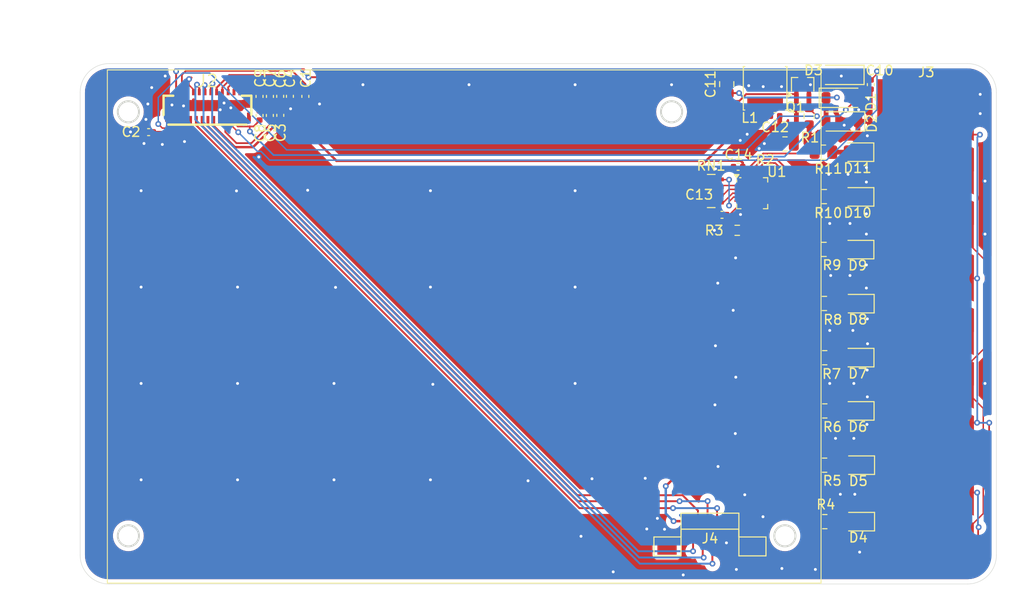
<source format=kicad_pcb>
(kicad_pcb (version 20240108) (generator "pcbnew") (generator_version "8.0")
  (layers (0 "F.Cu" signal) (31 "B.Cu" signal) (34 "B.Paste" user) (35 "F.Paste" user) (36 "B.SilkS" user "B.Silkscreen") (37 "F.SilkS" user "F.Silkscreen") (38 "B.Mask" user) (39 "F.Mask" user) (44 "Edge.Cuts" user))
  (net 0 "")
  (net 1 "GND")
  (net 2 "Net-(C1-Pad1)")
  (net 3 "Net-(C2-Pad2)")
  (net 5 "Net-(C4-Pad2)")
  (net 6 "Net-(C5-Pad1)")
  (net 7 "Net-(C6-Pad2)")
  (net 8 "Net-(C7-Pad2)")
  (net 9 "PREVGL")
  (net 10 "/VCOM")
  (net 11 "PREVGH")
  (net 12 "Net-(D1-K)")
  (net 13 "Net-(D3-A)")
  (net 14 "+3.3V")
  (net 15 "Net-(U1-VREG)")
  (net 16 "Net-(U1-LED0{slash}ELE4)")
  (net 17 "Net-(D4-A)")
  (net 18 "Net-(U1-LED1{slash}ELE5)")
  (net 19 "Net-(D5-A)")
  (net 20 "Net-(U1-LED2{slash}ELE6)")
  (net 21 "Net-(D6-A)")
  (net 22 "Net-(U1-LED3{slash}ELE7)")
  (net 23 "Net-(D7-A)")
  (net 24 "Net-(U1-LED4{slash}ELE8)")
  (net 25 "Net-(D8-A)")
  (net 26 "Net-(U1-LED5{slash}ELE9)")
  (net 27 "Net-(D9-A)")
  (net 28 "Net-(D10-A)")
  (net 29 "Net-(U1-LED6{slash}ELE10)")
  (net 30 "Net-(D11-A)")
  (net 31 "Net-(U1-LED7{slash}ELE11)")
  (net 32 "CS")
  (net 35 "RESE")
  (net 37 "D{slash}C")
  (net 38 "GDR")
  (net 40 "SDI")
  (net 41 "BUSY")
  (net 42 "SCLK")
  (net 43 "RES")
  (net 45 "Net-(J3-Pin_3)")
  (net 46 "Net-(J3-Pin_2)")
  (net 47 "Net-(J3-Pin_1)")
  (net 50 "I2C_SDA")
  (net 51 "I2C_SCL")
  (net 52 "Net-(U1-REXT)")
  (net 54 "Net-(RN1-R3.1)")
  (net 55 "Net-(RN1-R4.1)")
  (footprint "Capacitor_SMD:C_0402_1005Metric" (layer "F.Cu") (at 57.03 80.21 -90)
    (property "Reference" "C1")
    (property "Value" "1uF")
  )
  (footprint "Resistor_SMD:R_0805_2012Metric" (layer "F.Cu") (at 110.8675 118.48 180)
    (property "Reference" "R5")
    (property "Value" "100R")
  )
  (footprint "LED_SMD:LED_0805_2012Metric" (layer "F.Cu") (at 114.28 86 180)
    (property "Reference" "D11")
    (property "Value" "LED")
  )
  (footprint "LED_SMD:LED_0805_2012Metric" (layer "F.Cu") (at 114.31 112.85 180)
    (property "Reference" "D6")
    (property "Value" "LED")
  )
  (footprint "LED_SMD:LED_0805_2012Metric" (layer "F.Cu") (at 114.36 118.48 180)
    (property "Reference" "D5")
    (property "Value" "LED")
  )
  (footprint "Resistor_SMD:R_0603_1608Metric" (layer "F.Cu") (at 101.81 94.11)
    (property "Reference" "R3")
    (property "Value" "75k")
  )
  (footprint "Resistor_SMD:R_0805_2012Metric" (layer "F.Cu") (at 110.84 90.61 180)
    (property "Reference" "R10")
    (property "Value" "100R")
  )
  (footprint "Capacitor_SMD:C_0402_1005Metric" (layer "F.Cu") (at 53.35 82.19 90)
    (property "Reference" "C5")
    (property "Value" "1uF")
  )
  (footprint "Package_TO_SOT_SMD:SOT-323_SC-70" (layer "F.Cu") (at 108.5925 78.98 90)
    (property "Reference" "Q1")
    (property "Value" "Si1308EDL")
  )
  (footprint "Resistor_SMD:R_0805_2012Metric" (layer "F.Cu") (at 110.85 101.7 180)
    (property "Reference" "R8")
    (property "Value" "100R")
  )
  (footprint "Capacitor_SMD:C_0402_1005Metric" (layer "F.Cu") (at 115.6625 78.99 90)
    (property "Reference" "C10")
    (property "Value" "1uF")
  )
  (footprint "Capacitor_SMD:C_0402_1005Metric" (layer "F.Cu") (at 54.43 82.18 -90)
    (property "Reference" "C3")
    (property "Value" "1uF")
  )
  (footprint "Resistor_SMD:R_0805_2012Metric" (layer "F.Cu") (at 106.76 85.15 180)
    (property "Reference" "R2")
    (property "Value" "10k")
  )
  (footprint "Inductor_SMD:L_Changjiang_FNR4020S" (layer "F.Cu") (at 104.7 79.37 90)
    (property "Reference" "L1")
    (property "Value" "10uH")
  )
  (footprint "Capacitor_SMD:C_0805_2012Metric" (layer "F.Cu") (at 100.72 78.94 90)
    (property "Reference" "C11")
    (property "Value" "4.7uF")
  )
  (footprint "Capacitor_SMD:C_0402_1005Metric" (layer "F.Cu") (at 52.2794 80.21415 90)
    (property "Reference" "C9")
    (property "Value" "1uF")
  )
  (footprint "Resistor_SMD:R_0805_2012Metric" (layer "F.Cu") (at 110.75 86 180)
    (property "Reference" "R11")
    (property "Value" "100R")
  )
  (footprint "Capacitor_SMD:C_0402_1005Metric" (layer "F.Cu") (at 40.78 83.92)
    (property "Reference" "C2")
    (property "Value" "4.7uF")
  )
  (footprint "AFC01-S12FCA-00:AFC01-S12FCA-00" (layer "F.Cu") (at 98.98 124.29)
    (property "Reference" "J4")
    (property "Value" "Conn_01x12_Pin")
  )
  (footprint "Resistor_SMD:R_0805_2012Metric" (layer "F.Cu") (at 110.81 96.09 180)
    (property "Reference" "R9")
    (property "Value" "100R")
  )
  (footprint "Capacitor_SMD:C_0402_1005Metric" (layer "F.Cu") (at 105.73 82.25)
    (property "Reference" "C12")
    (property "Value" "4.7uF")
  )
  (footprint "Capacitor_SMD:C_0402_1005Metric" (layer "F.Cu") (at 101.9 87.52 180)
    (property "Reference" "C14")
    (property "Value" "0.1uF")
  )
  (footprint "Capacitor_SMD:C_0402_1005Metric" (layer "F.Cu") (at 52.28 82.19 90)
    (property "Reference" "C8")
    (property "Value" "1uF")
  )
  (footprint "Resistor_SMD:R_0805_2012Metric" (layer "F.Cu") (at 110.8875 112.85 180)
    (property "Reference" "R6")
    (property "Value" "100R")
  )
  (footprint "LED_SMD:LED_0805_2012Metric" (layer "F.Cu") (at 114.3 107.32 180)
    (property "Reference" "D7")
    (property "Value" "LED")
  )
  (footprint "LED_SMD:LED_0805_2012Metric" (layer "F.Cu") (at 114.29 96.11 180)
    (property "Reference" "D9")
    (property "Value" "LED")
  )
  (footprint "LED_SMD:LED_0805_2012Metric" (layer "F.Cu") (at 114.32 101.72 180)
    (property "Reference" "D8")
    (property "Value" "LED")
  )
  (footprint "Diode_SMD:D_SOD-123" (layer "F.Cu") (at 112.6 77.98 180)
    (property "Reference" "D3")
    (property "Value" "MBR0530")
  )
  (footprint "Package_DFN_QFN:UQFN-20_3x3mm_P0.4mm" (layer "F.Cu") (at 103.36 90.26)
    (property "Reference" "U1")
    (property "Value" "MPR121QR2")
  )
  (footprint "Resistor_SMD:R_0805_2012Metric" (layer "F.Cu") (at 110.8875 124.34 180)
    (property "Reference" "R4")
    (property "Value" "100R")
  )
  (footprint "Capacitor_SMD:C_0402_1005Metric" (layer "F.Cu") (at 100.2325 92.5 180)
    (property "Reference" "C13")
    (property "Value" "0.1uF")
  )
  (footprint "AFE03-S25FMA-1H:AFE03-S25FMA-1H" (layer "F.Cu") (at 46.9298 81.20635)
    (property "Reference" "J2")
    (property "Value" "~")
  )
  (footprint "TouchSlider:TouchSlider-9_50x10mm" (layer "F.Cu") (at 121.34 103.454447 -90)
    (property "Reference" "J3")
    (property "Value" "CapacitiveTouch")
  )
  (footprint "Resistor_SMD:R_0603_1608Metric" (layer "F.Cu") (at 109.2625 82.27 -90)
    (property "Reference" "R1")
    (property "Value" "1R")
  )
  (footprint "LED_SMD:LED_0805_2012Metric" (layer "F.Cu") (at 114.29 90.64 180)
    (property "Reference" "D10")
    (property "Value" "LED")
  )
  (footprint "Resistor_SMD:R_0805_2012Metric" (layer "F.Cu") (at 110.88 107.33 180)
    (property "Reference" "R7")
    (property "Value" "100R")
  )
  (footprint "Resistor_SMD:R_Array_Concave_4x0603" (layer "F.Cu") (at 99.1125 90.03 180)
    (property "Reference" "RN1")
    (property "Value" "4x10k")
  )
  (footprint "Capacitor_SMD:C_0402_1005Metric" (layer "F.Cu") (at 55.4294 80.20415 90)
    (property "Reference" "C4")
    (property "Value" "1uF")
  )
  (footprint "Capacitor_SMD:C_0402_1005Metric" (layer "F.Cu") (at 53.3594 80.21415 90)
    (property "Reference" "C7")
    (property "Value" "1uF")
  )
  (footprint "Capacitor_SMD:C_0402_1005Metric" (layer "F.Cu") (at 54.4194 80.20415 90)
    (property "Reference" "C6")
    (property "Value" "1uF")
  )
  (footprint "Diode_SMD:D_SOD-123" (layer "F.Cu") (at 112.67 82.81 180)
    (property "Reference" "D2")
    (property "Value" "MBR0530")
  )
  (footprint "LED_SMD:LED_0805_2012Metric" (layer "F.Cu") (at 114.36 124.34 180)
    (property "Reference" "D4")
    (property "Value" "LED")
  )
  (footprint "Diode_SMD:D_SOD-123" (layer "F.Cu") (at 112.6725 80.36)
    (property "Reference" "D1")
    (property "Value" "MBR0530")
  )
  (gr_rect (start 36.5 77.47) (end 110.5 130.72) (stroke (width 0.1)) (fill none) (layer "F.SilkS"))
  (gr_circle (center 38.68 81.81) (end 39.78 81.81) (stroke (width 0.2)) (fill none) (layer "Edge.Cuts"))
  (gr_line (start 125.68 130.81) (end 36.68 130.81) (stroke (width 0.05)) (layer "Edge.Cuts"))
  (gr_line (start 36.68 76.81) (end 125.68 76.81) (stroke (width 0.05)) (layer "Edge.Cuts"))
  (gr_line (start 33.68 127.81) (end 33.68 79.81) (stroke (width 0.05)) (layer "Edge.Cuts"))
  (gr_arc (start 33.68 79.81) (mid 34.55868 77.68868) (end 36.68 76.81) (stroke (width 0.05)) (layer "Edge.Cuts"))
  (gr_line (start 128.68 79.81) (end 128.68 127.81) (stroke (width 0.05)) (layer "Edge.Cuts"))
  (gr_circle (center 95 81.81) (end 96.1 81.81) (stroke (width 0.2)) (fill none) (layer "Edge.Cuts"))
  (gr_arc (start 125.68 76.81) (mid 127.80132 77.68868) (end 128.68 79.81) (stroke (width 0.05)) (layer "Edge.Cuts"))
  (gr_arc (start 36.68 130.81) (mid 34.55868 129.93132) (end 33.68 127.81) (stroke (width 0.05)) (layer "Edge.Cuts"))
  (gr_circle (center 106.75 125.81) (end 107.85 125.81) (stroke (width 0.2)) (fill none) (layer "Edge.Cuts"))
  (gr_arc (start 128.68 127.81) (mid 127.80132 129.93132) (end 125.68 130.81) (stroke (width 0.05)) (layer "Edge.Cuts"))
  (gr_circle (center 38.68 125.81) (end 39.78 125.81) (stroke (width 0.2)) (fill none) (layer "Edge.Cuts"))
  (segment (start 98.2625 88.83) (end 98.2625 88.2575) (width 0.2) (layer "F.Cu") (net 1))
  (segment (start 48.1301 81.99415) (end 48.1 81.96405) (width 0.25) (layer "F.Cu") (net 1))
  (segment (start 100.27 87.77) (end 100.5 87.77) (width 0.2) (layer "F.Cu") (net 1))
  (segment (start 48.2 81.6) (end 48.2 81.4) (width 0.25) (layer "F.Cu") (net 1))
  (segment (start 100.59 87.68) (end 101.42 87.68) (width 0.2) (layer "F.Cu") (net 1))
  (segment (start 44.97 79.039004) (end 45.4301 79.499104) (width 0.15) (layer "F.Cu") (net 1))
  (segment (start 48.1 81.96405) (end 48.1 81.4) (width 0.25) (layer "F.Cu") (net 1))
  (segment (start 98.74 87.95) (end 98.74 87.98) (width 0.2) (layer "F.Cu") (net 1))
  (segment (start 98.57 87.95) (end 98.74 87.95) (width 0.2) (layer "F.Cu") (net 1))
  (segment (start 100.52 87.52) (end 100.27 87.77) (width 0.2) (layer "F.Cu") (net 1))
  (segment (start 98.39 88.68) (end 98.35 88.72) (width 0.2) (layer "F.Cu") (net 1))
  (segment (start 44.97 78.42) (end 44.97 79.039004) (width 0.15) (layer "F.Cu") (net 1))
  (segment (start 48.2 82) (end 48.2 81.6) (width 0.25) (layer "F.Cu") (net 1))
  (segment (start 98.39 88.33) (end 98.39 88.68) (width 0.2) (layer "F.Cu") (net 1))
  (segment (start 96.73 124.29) (end 96.73 125.35) (width 0.2) (layer "F.Cu") (net 1))
  (segment (start 45.4301 79.499104) (end 45.4301 79.76905) (width 0.15) (layer "F.Cu") (net 1))
  (segment (start 96.73 125.35) (end 96.31 125.77) (width 0.2) (layer "F.Cu") (net 1))
  (segment (start 48.1301 82.0699) (end 48.2 82) (width 0.25) (layer "F.Cu") (net 1))
  (segment (start 48.1301 82.64415) (end 48.1301 82.0699) (width 0.25) (layer "F.Cu") (net 1))
  (segment (start 100.5 87.77) (end 100.59 87.68) (width 0.2) (layer "F.Cu") (net 1))
  (segment (start 102.56 92.05889) (end 102.15 92.46889) (width 0.2) (layer "F.Cu") (net 1))
  (segment (start 101.42 87.52) (end 100.52 87.52) (width 0.2) (layer "F.Cu") (net 1))
  (segment (start 48.1301 82.64415) (end 48.1301 81.99415) (width 0.25) (layer "F.Cu") (net 1))
  (segment (start 98.2625 88.2575) (end 98.57 87.95) (width 0.2) (layer "F.Cu") (net 1))
  (segment (start 102.56 91.6475) (end 102.56 92.05889) (width 0.15) (layer "F.Cu") (net 1))
  (segment (start 98.74 87.98) (end 98.39 88.33) (width 0.2) (layer "F.Cu") (net 1))
  (segment (start 101.42 87.68) (end 101.43 87.67) (width 0.2) (layer "F.Cu") (net 1))
  (via (at 99.82 118.62) (size 0.6) (drill 0.3) (layers "F.Cu" "B.Cu") (net 1))
  (via (at 70 100) (size 0.6) (drill 0.3) (layers "F.Cu" "B.Cu") (net 1))
  (via (at 112.6 78.1) (size 0.6) (drill 0.3) (layers "F.Cu" "B.Cu") (net 1))
  (via (at 70 90) (size 0.6) (drill 0.3) (layers "F.Cu" "B.Cu") (net 1))
  (via (at 48.2 81.6) (size 0.6) (drill 0.3) (layers "F.Cu" "B.Cu") (net 1))
  (via (at 40 120) (size 0.6) (drill 0.3) (layers "F.Cu" "B.Cu") (net 1))
  (via (at 92.43 125.1) (size 0.6) (drill 0.3) (layers "F.Cu" "B.Cu") (net 1))
  (via (at 50 110) (size 0.6) (drill 0.3) (layers "F.Cu" "B.Cu") (net 1))
  (via (at 70.25 110.09) (size 0.6) (drill 0.3) (layers "F.Cu" "B.Cu") (net 1))
  (via (at 99.5 112.22) (size 0.6) (drill 0.3) (layers "F.Cu" "B.Cu") (net 1))
  (via (at 115.4 80.4) (size 0.6) (drill 0.3) (layers "F.Cu" "B.Cu") (net 1))
  (via (at 40.7 81) (size 0.6) (drill 0.3) (layers "F.Cu" "B.Cu") (net 1))
  (via (at 115.28 108.61) (size 0.6) (drill 0.3) (layers "F.Cu" "B.Cu") (net 1))
  (via (at 49.89 90.02) (size 0.6) (drill 0.3) (layers "F.Cu" "B.Cu") (net 1))
  (via (at 60 110) (size 0.6) (drill 0.3) (layers "F.Cu" "B.Cu") (net 1))
  (via (at 112.5 121.5) (size 0.6) (drill 0.3) (layers "F.Cu" "B.Cu") (net 1))
  (via (at 44.97 78.42) (size 0.6) (drill 0.3) (layers "F.Cu" "B.Cu") (net 1))
  (via (at 111.3 88.3) (size 0.6) (drill 0.3) (layers "F.Cu" "B.Cu") (net 1))
  (via (at 114 121.5) (size 0.6) (drill 0.3) (layers "F.Cu" "B.Cu") (net 1))
  (via (at 101.39 102.41) (size 0.6) (drill 0.3) (layers "F.Cu" "B.Cu") (net 1))
  (via (at 106.4 79.2) (size 0.6) (drill 0.3) (layers "F.Cu" "B.Cu") (net 1))
  (via (at 102.59 121.55) (size 0.6) (drill 0.3) (layers "F.Cu" "B.Cu") (net 1))
  (via (at 111.4 93.4) (size 0.6) (drill 0.3) (layers "F.Cu" "B.Cu") (net 1))
  (via (at 115.3 111.39) (size 0.6) (drill 0.3) (layers "F.Cu" "B.Cu") (net 1))
  (via (at 58.5 81) (size 0.6) (drill 0.3) (layers "F.Cu" "B.Cu") (net 1))
  (via (at 102.15 92.46889) (size 0.6) (drill 0.3) (layers "F.Cu" "B.Cu") (net 1))
  (via (at 115.32 105.88) (size 0.6) (drill 0.3) (layers "F.Cu" "B.Cu") (net 1))
  (via (at 113.8 104.5) (size 0.6) (drill 0.3) (layers "F.Cu" "B.Cu") (net 1))
  (via (at 94.27 125.13) (size 0.6) (drill 0.3) (layers "F.Cu" "B.Cu") (net 1))
  (via (at 41.1 79.3) (size 0.6) (drill 0.3) (layers "F.Cu" "B.Cu") (net 1))
  (via (at 104.62 85.11) (size 0.6) (drill 0.3) (layers "F.Cu" "B.Cu") (net 1))
  (via (at 114.5 127.5) (size 0.6) (drill 0.3) (layers "F.Cu" "B.Cu") (net 1))
  (via (at 99.44 94.11) (size 0.6) (drill 0.3) (layers "F.Cu" "B.Cu") (net 1))
  (via (at 113.5 98.8) (size 0.6) (drill 0.3) (layers "F.Cu" "B.Cu") (net 1))
  (via (at 99.79 99.59) (size 0.6) (drill 0.3) (layers "F.Cu" "B.Cu") (net 1))
  (via (at 127 80) (size 0.6) (drill 0.3) (layers "F.Cu" "B.Cu") (net 1))
  (via (at 80.12 120.1) (size 0.6) (drill 0.3) (layers "F.Cu" "B.Cu") (net 1))
  (via (at 106.44 129.2) (size 0.6) (drill 0.3) (layers "F.Cu" "B.Cu") (net 1))
  (via (at 99.56 87.73) (size 0.6) (drill 0.3) (layers "F.Cu" "B.Cu") (net 1))
  (via (at 70 120) (size 0.6) (drill 0.3) (layers "F.Cu" "B.Cu") (net 1))
  (via (at 57.27 89.95) (size 0.6) (drill 0.3) (layers "F.Cu" "B.Cu") (net 1))
  (via (at 104.5 79.2) (size 0.6) (drill 0.3) (layers "F.Cu" "B.Cu") (net 1))
  (via (at 74 79) (size 0.6) (drill 0.3) (layers "F.Cu" "B.Cu") (net 1))
  (via (at 49.3 81.4) (size 0.6) (drill 0.3) (layers "F.Cu" "B.Cu") (net 1))
  (via (at 115.2 94.5) (size 0.6) (drill 0.3) (layers "F.Cu" "B.Cu") (net 1))
  (via (at 115.3 84.3) (size 0.6) (drill 0.3) (layers "F.Cu" "B.Cu") (net 1))
  (via (at 104.48 123.83) (size 0.6) (drill 0.3) (layers "F.Cu" "B.Cu") (net 1))
  (via (at 38.9 83.9) (size 0.6) (drill 0.3) (layers "F.Cu" "B.Cu") (net 1))
  (via (at 109.91 129.3) (size 0.6) (drill 0.3) (layers "F.Cu" "B.Cu") (net 1))
  (via (at 127 82) (size 0.6) (drill 0.3) (layers "F.Cu" "B.Cu") (net 1))
  (via (at 42.5 78.1) (size 0.6) (drill 0.3) (layers "F.Cu" "B.Cu") (net 1))
  (via (at 42.2 85.2) (size 0.6) (drill 0.3) (layers "F.Cu" "B.Cu") (net 1))
  (via (at 85 90) (size 0.6) (drill 0.3) (layers "F.Cu" "B.Cu") (net 1))
  (via (at 127.5 89) (size 0.6) (drill 0.3) (layers "F.Cu" "B.Cu") (net 1))
  (via (at 44.5 84.9) (size 0.6) (drill 0.3) (layers "F.Cu" "B.Cu") (net 1))
  (via (at 102.84 84.14) (size 0.6) (drill 0.3) (layers "F.Cu" "B.Cu") (net 1))
  (via (at 52.2 86.5) (size 0.6) (drill 0.3) (layers "F.Cu" "B.Cu") (net 1))
  (via (at 85.61 125.86) (size 0.6) (drill 0.3) (layers "F.Cu" "B.Cu") (net 1))
  (via (at 115.2 97.7) (size 0.6) (drill 0.3) (layers "F.Cu" "B.Cu") (net 1))
  (via (at 115.2 100.1) (size 0.6) (drill 0.3) (layers "F.Cu" "B.Cu") (net 1))
  (via (at 60 120) (size 0.6) (drill 0.3) (layers "F.Cu" "B.Cu") (net 1))
  (via (at 40 100) (size 0.6) (drill 0.3) (layers "F.Cu" "B.Cu") (net 1))
  (via (at 101.61 115.2) (size 0.6) (drill 0.3) (layers "F.Cu" "B.Cu") (net 1))
  (via (at 113.5 93.4) (size 0.6) (drill 0.3) (layers "F.Cu" "B.Cu") (net 1))
  (via (at 92.27 119.84) (size 0.6) (drill 0.3) (layers "F.Cu" "B.Cu") (net 1))
  (via (at 48.6 80.9) (size 0.6) (drill 0.3) (layers "F.Cu" "B.Cu") (net 1))
  (via (at 44.4 81.2) (size 0.6) (drill 0.3) (layers "F.Cu" "B.Cu") (net 1))
  (via (at 40 90) (size 0.6) (drill 0.3) (layers "F.Cu" "B.Cu") (net 1))
  (via (at 101.72 129.3) (size 0.6) (drill 0.3) (layers "F.Cu" "B.Cu") (net 1))
  (via (at 40 110) (size 0.6) (drill 0.3) (layers "F.Cu" "B.Cu") (net 1))
  (via (at 85 79) (size 0.6) (drill 0.3) (layers "F.Cu" "B.Cu") (net 1))
  (via (at 101.66 109.35) (size 0.6) (drill 0.3) (layers "F.Cu" "B.Cu") (net 1))
  (via (at 114.4 81.6) (size 0.6) (drill 0.3) (layers "F.Cu" "B.Cu") (net 1))
  (via (at 115.2 87.6) (size 0.6) (drill 0.3) (layers "F.Cu" "B.Cu") (net 1))
  (via (at 100.69 126.54) (size 0.6) (drill 0.3) (layers "F.Cu" "B.Cu") (net 1))
  (via (at 113.3 88.3) (size 0.6) (drill 0.3) (layers "F.Cu" "B.Cu") (net 1))
  (via (at 60.16 100.03) (size 0.6) (drill 0.3) (layers "F.Cu" "B.Cu") (net 1))
  (via (at 85 110) (size 0.6) (drill 0.3) (layers "F.Cu" "B.Cu") (net 1))
  (via (at 101.64 96.97) (size 0.6) (drill 0.3) (layers "F.Cu" "B.Cu") (net 1))
  (via (at 99.55 106.09) (size 0.6) (drill 0.3) (layers "F.Cu" "B.Cu") (net 1))
  (via (at 103 79.1) (size 0.6) (drill 0.3) (layers "F.Cu" "B.Cu") (net 1))
  (via (at 104.08 85.62) (size 0.6) (drill 0.3) (layers "F.Cu" "B.Cu") (net 1))
  (via (at 40.5 82.6) (size 0.6) (drill 0.3) (layers "F.Cu" "B.Cu") (net 1))
  (via (at 43.2 81.1) (size 0.6) (drill 0.3) (layers "F.Cu" "B.Cu") (net 1))
  (via (at 115.2 89.1) (size 0.6) (drill 0.3) (layers "F.Cu" "B.Cu") (net 1))
  (via (at 88.95 129.55) (size 0.6) (drill 0.3) (layers "F.Cu" "B.Cu") (net 1))
  (via (at 50 100) (size 0.6) (drill 0.3) (layers "F.Cu" "B.Cu") (net 1))
  (via (at 55.5 81.5) (size 0.6) (drill 0.3) (layers "F.Cu" "B.Cu") (net 1))
  (via (at 40.3 85.1) (size 0.6) (drill 0.3) (layers "F.Cu" "B.Cu") (net 1))
  (via (at 111.5 98.8) (size 0.6) (drill 0.3) (layers "F.Cu" "B.Cu") (net 1))
  (via (at 111.4 110) (size 0.6) (drill 0.3) (layers "F.Cu" "B.Cu") (net 1))
  (via (at 63 79) (size 0.6) (drill 0.3) (layers "F.Cu" "B.Cu") (net 1))
  (via (at 109.4 79) (size 0.6) (drill 0.3) (layers "F.Cu" "B.Cu") (net 1))
  (via (at 115.3 103.3) (size 0.6) (drill 0.3) (layers "F.Cu" "B.Cu") (net 1))
  (via (at 115.2 92.4) (size 0.6) (drill 0.3) (layers "F.Cu" "B.Cu") (net 1))
  (via (at 111.4 104.5) (size 0.6) (drill 0.3) (layers "F.Cu" "B.Cu") (net 1))
  (via (at 127.5 110) (size 0.6) (drill 0.3) (layers "F.Cu" "B.Cu") (net 1))
  (via (at 86.75 119.89) (size 0.6) (drill 0.3) (layers "F.Cu" "B.Cu") (net 1))
  (via (at 85 100) (size 0.6) (drill 0.3) (layers "F.Cu" "B.Cu") (net 1))
  (via (at 93.53 124) (size 0.6) (drill 0.3) (layers "F.Cu" "B.Cu") (net 1))
  (via (at 113.9 115.7) (size 0.6) (drill 0.3) (layers "F.Cu" "B.Cu") (net 1))
  (via (at 96.21 129.87) (size 0.6) (drill 0.3) (layers "F.Cu" "B.Cu") (net 1))
  (via (at 127.5 94.5) (size 0.6) (drill 0.3) (layers "F.Cu" "B.Cu") (net 1))
  (via (at 102.12 84.78) (size 0.6) (drill 0.3) (layers "F.Cu" "B.Cu") (net 1))
  (via (at 112 115.7) (size 0.6) (drill 0.3) (layers "F.Cu" "B.Cu") (net 1))
  (via (at 115.26 114.25) (size 0.6) (drill 0.3) (layers "F.Cu" "B.Cu") (net 1))
  (via (at 50 120) (size 0.6) (drill 0.3) (layers "F.Cu" "B.Cu") (net 1))
  (via (at 113.9 110) (size 0.6) (drill 0.3) (layers "F.Cu" "B.Cu") (net 1))
  (via (at 112.9 83.2) (size 0.6) (drill 0.3) (layers "F.Cu" "B.Cu") (net 1))
  (via (at 95 79) (size 0.6) (drill 0.3) (layers "F.Cu" "B.Cu") (net 1))
  (segment (start 57.03 78.92) (end 55.67 77.56) (width 0.18) (layer "F.Cu") (net 2))
  (segment (start 44.64 77.56) (end 44.2299 77.9701) (width 0.18) (layer "F.Cu") (net 2))
  (segment (start 57.03 79.73) (end 57.03 78.92) (width 0.18) (layer "F.Cu") (net 2))
  (segment (start 55.67 77.56) (end 44.64 77.56) (width 0.18) (layer "F.Cu") (net 2))
  (segment (start 44.2299 77.9701) (end 44.2299 79.76905) (width 0.18) (layer "F.Cu") (net 2))
  (segment (start 44.5299 82.64415) (end 44.5299 83.24415) (width 0.25) (layer "F.Cu") (net 3))
  (segment (start 43.85405 83.92) (end 41.26 83.92) (width 0.25) (layer "F.Cu") (net 3))
  (segment (start 44.52 82.65405) (end 44.5299 82.64415) (width 0.25) (layer "F.Cu") (net 3))
  (segment (start 44.5299 83.24415) (end 43.85405 83.92) (width 0.25) (layer "F.Cu") (net 3))
  (segment (start 54.0988 78.39355) (end 55.4294 79.72415) (width 0.18) (layer "F.Cu") (net 5))
  (segment (start 48.4301 79.26405) (end 49.3006 78.39355) (width 0.18) (layer "F.Cu") (net 5))
  (segment (start 49.3006 78.39355) (end 54.0988 78.39355) (width 0.18) (layer "F.Cu") (net 5))
  (segment (start 48.4301 79.76905) (end 48.4301 79.26405) (width 0.18) (layer "F.Cu") (net 5))
  (segment (start 49.887648 85.065) (end 48.73 83.907352) (width 0.18) (layer "F.Cu") (net 6))
  (segment (start 48.73 83.907352) (end 48.73 82.64415) (width 0.18) (layer "F.Cu") (net 6))
  (segment (start 53.35 83.153102) (end 51.438102 85.065) (width 0.18) (layer "F.Cu") (net 6))
  (segment (start 51.438102 85.065) (end 49.887648 85.065) (width 0.18) (layer "F.Cu") (net 6))
  (segment (start 53.35 82.67) (end 53.35 83.153102) (width 0.18) (layer "F.Cu") (net 6))
  (segment (start 53.4688 78.77355) (end 54.4194 79.72415) (width 0.18) (layer "F.Cu") (net 7))
  (segment (start 49.0297 79.26385) (end 49.52 78.77355) (width 0.18) (layer "F.Cu") (net 7))
  (segment (start 49.0297 79.76885) (end 49.0297 79.26385) (width 0.18) (layer "F.Cu") (net 7))
  (segment (start 49.52 78.77355) (end 53.4688 78.77355) (width 0.18) (layer "F.Cu") (net 7))
  (segment (start 49.7399 79.15355) (end 52.7788 79.15355) (width 0.18) (layer "F.Cu") (net 8))
  (segment (start 52.7788 79.15355) (end 53.3594 79.73415) (width 0.18) (layer "F.Cu") (net 8))
  (segment (start 49.6299 79.26355) (end 49.7399 79.15355) (width 0.18) (layer "F.Cu") (net 8))
  (segment (start 49.6299 79.76855) (end 49.6299 79.26355) (width 0.18) (layer "F.Cu") (net 8))
  (segment (start 51.66585 83.33415) (end 52.3 82.7) (width 0.18) (layer "F.Cu") (net 9))
  (segment (start 49.9294 83.22415) (end 50.0394 83.33415) (width 0.18) (layer "F.Cu") (net 9))
  (segment (start 113.06625 81.61625) (end 114.3225 80.36) (width 0.18) (layer "F.Cu") (net 9))
  (segment (start 51.26 83.83) (end 51.28 83.85) (width 0.18) (layer "F.Cu") (net 9))
  (segment (start 50.0394 83.33415) (end 51.26 83.33415) (width 0.18) (layer "F.Cu") (net 9))
  (segment (start 49.9294 82.64415) (end 49.9294 83.22415) (width 0.18) (layer "F.Cu") (net 9))
  (segment (start 51.26 83.33415) (end 51.26 83.83) (width 0.18) (layer "F.Cu") (net 9))
  (segment (start 51.26 83.33415) (end 51.66585 83.33415) (width 0.18) (layer "F.Cu") (net 9))
  (via (at 51.28 83.85) (size 0.6) (drill 0.3) (layers "F.Cu" "B.Cu") (net 9))
  (via (at 113.06625 81.61625) (size 0.6) (drill 0.3) (layers "F.Cu" "B.Cu") (net 9))
  (segment (start 113.06625 81.61625) (end 112.4025 82.28) (width 0.18) (layer "B.Cu") (net 9))
  (segment (start 112.4025 82.28) (end 110.894387 82.28) (width 0.18) (layer "B.Cu") (net 9))
  (segment (start 106.714387 86.46) (end 103.185613 86.46) (width 0.18) (layer "B.Cu") (net 9))
  (segment (start 103.025613 86.3) (end 53.73 86.3) (width 0.18) (layer "B.Cu") (net 9))
  (segment (start 103.185613 86.46) (end 103.025613 86.3) (width 0.18) (layer "B.Cu") (net 9))
  (segment (start 110.894387 82.28) (end 106.714387 86.46) (width 0.18) (layer "B.Cu") (net 9))
  (segment (start 53.73 86.3) (end 51.28 83.85) (width 0.18) (layer "B.Cu") (net 9))
  (segment (start 52.275 79.76855) (end 52.2794 79.76415) (width 0.18) (layer "F.Cu") (net 10))
  (segment (start 50.2299 79.76855) (end 52.275 79.76855) (width 0.18) (layer "F.Cu") (net 10))
  (segment (start 49.33 82.64415) (end 49.33 83.19415) (width 0.15) (layer "F.Cu") (net 11))
  (segment (start 50.06585 83.93) (end 50.07 83.93) (width 0.15) (layer "F.Cu") (net 11))
  (segment (start 115.1325 77.98) (end 115.6625 78.51) (width 0.5) (layer "F.Cu") (net 11))
  (segment (start 114.25 77.98) (end 115.1325 77.98) (width 0.5) (layer "F.Cu") (net 11))
  (segment (start 116.3 77.8725) (end 115.6625 78.51) (width 0.15) (layer "F.Cu") (net 11))
  (segment (start 116.3 77.61) (end 116.3 77.8725) (width 0.15) (layer "F.Cu") (net 11))
  (segment (start 49.33 83.19415) (end 50.06585 83.93) (width 0.15) (layer "F.Cu") (net 11))
  (via (at 116.3 77.61) (size 0.6) (drill 0.3) (layers "F.Cu" "B.Cu") (net 11))
  (via (at 50.07 83.93) (size 0.6) (drill 0.3) (layers "F.Cu" "B.Cu") (net 11))
  (segment (start 50.07 83.93) (end 52.065 85.925) (width 0.15) (layer "B.Cu") (net 11))
  (segment (start 116.3 81.6) (end 116.3 77.61) (width 0.15) (layer "B.Cu") (net 11))
  (segment (start 52.065 85.925) (end 52.438173 85.925) (width 0.15) (layer "B.Cu") (net 11))
  (segment (start 53.343173 86.83) (end 111.07 86.83) (width 0.15) (layer "B.Cu") (net 11))
  (segment (start 111.07 86.83) (end 116.3 81.6) (width 0.15) (layer "B.Cu") (net 11))
  (segment (start 52.438173 85.925) (end 53.343173 86.83) (width 0.15) (layer "B.Cu") (net 11))
  (segment (start 112.14 80.33) (end 111.0525 80.33) (width 0.2) (layer "F.Cu") (net 12))
  (segment (start 100.74 79.87) (end 100.72 79.89) (width 0.2) (layer "F.Cu") (net 12))
  (segment (start 111.0225 80.36) (end 111.0225 82.8075) (width 0.5) (layer "F.Cu") (net 12))
  (segment (start 102 79.87) (end 100.74 79.87) (width 0.2) (layer "F.Cu") (net 12))
  (segment (start 111.0525 80.33) (end 111.0225 80.36) (width 0.2) (layer "F.Cu") (net 12))
  (segment (start 111.0225 82.8075) (end 111.02 82.81) (width 0.5) (layer "F.Cu") (net 12))
  (via (at 112.14 80.33) (size 0.6) (drill 0.3) (layers "F.Cu" "B.Cu") (net 12))
  (via (at 102 79.87) (size 0.6) (drill 0.3) (layers "F.Cu" "B.Cu") (net 12))
  (segment (start 102.46 80.33) (end 112.14 80.33) (width 0.2) (layer "B.Cu") (net 12))
  (segment (start 102 79.87) (end 102.46 80.33) (width 0.2) (layer "B.Cu") (net 12))
  (segment (start 108.5825 77.99) (end 100.72 77.99) (width 0.5) (layer "F.Cu") (net 13))
  (segment (start 110.95 77.98) (end 108.5925 77.98) (width 0.5) (layer "F.Cu") (net 13))
  (segment (start 108.5925 77.98) (end 108.5825 77.99) (width 0.5) (layer "F.Cu") (net 13))
  (segment (start 56.26 79.61) (end 56.26 83.05) (width 0.2) (layer "F.Cu") (net 14))
  (segment (start 96.92 118.14) (end 94.4 120.66) (width 0.25) (layer "F.Cu") (net 14))
  (segment (start 96.92 92.782774) (end 96.92 118.14) (width 0.25) (layer "F.Cu") (net 14))
  (segment (start 102.5525 87.68) (end 102.5525 88.865) (width 0.2) (layer "F.Cu") (net 14))
  (segment (start 54.43 82.66) (end 54.83 83.06) (width 0.25) (layer "F.Cu") (net 14))
  (segment (start 98.605 86.885) (end 102.165 86.885) (width 0.25) (layer "F.Cu") (net 14))
  (segment (start 49.71575 85.48) (end 51.61 85.48) (width 0.25) (layer "F.Cu") (net 14))
  (segment (start 54.65355 78.00355) (end 56.26 79.61) (width 0.2) (layer "F.Cu") (net 14))
  (segment (start 49.139056 78.00355) (end 54.65355 78.00355) (width 0.2) (layer "F.Cu") (net 14))
  (segment (start 56.25 83.06) (end 56.42 83.06) (width 0.2) (layer "F.Cu") (net 14))
  (segment (start 98.2625 91.23) (end 98.2625 91.440274) (width 0.25) (layer "F.Cu") (net 14))
  (segment (start 105.25 80.8) (end 105.26 80.79) (width 0.5) (layer "F.Cu") (net 14))
  (segment (start 47.5299 82.64415) (end 47.5299 83.29415) (width 0.25) (layer "F.Cu") (net 14))
  (segment (start 104.46 83.04) (end 105.25 82.25) (width 0.25) (layer "F.Cu") (net 14))
  (segment (start 98.58 86.9) (end 102.42 83.06) (width 0.25) (layer "F.Cu") (net 14))
  (segment (start 95.21 124.29) (end 96.23 124.29) (width 0.25) (layer "F.Cu") (net 14))
  (segment (start 105.25 82.25) (end 105.25 80.8) (width 0.5) (layer "F.Cu") (net 14))
  (segment (start 98.2625 89.63) (end 97.5125 89.63) (width 0.25) (layer "F.Cu") (net 14))
  (segment (start 47.5299 83.29415) (end 48.3649 84.12915) (width 0.25) (layer "F.Cu") (net 14))
  (segment (start 102.38 87.1) (end 102.38 87.52) (width 0.25) (layer "F.Cu") (net 14))
  (segment (start 54.83 83.06) (end 56.42 83.06) (width 0.25) (layer "F.Cu") (net 14))
  (segment (start 97.32 89.4375) (end 97.32 88.17) (width 0.25) (layer "F.Cu") (net 14))
  (segment (start 56.42 83.06) (end 60.26 86.9) (width 0.25) (layer "F.Cu") (net 14))
  (segment (start 102.42 83.06) (end 104.44 83.06) (width 0.25) (layer "F.Cu") (net 14))
  (segment (start 97.5125 89.63) (end 97.32 89.4375) (width 0.25) (layer "F.Cu") (net 14))
  (segment (start 98.2625 89.63) (end 98.2625 91.23) (width 0.5) (layer "F.Cu") (net 14))
  (segment (start 102.5525 88.865) (end 102.56 88.8725) (width 0.2) (layer "F.Cu") (net 14))
  (segment (start 97.32 88.17) (end 98.605 86.885) (width 0.25) (layer "F.Cu") (net 14))
  (segment (start 51.61 85.48) (end 54.43 82.66) (width 0.25) (layer "F.Cu") (net 14))
  (segment (start 98.2625 91.440274) (end 96.92 92.782774) (width 0.25) (layer "F.Cu") (net 14))
  (segment (start 56.26 83.05) (end 56.25 83.06) (width 0.2) (layer "F.Cu") (net 14))
  (segment (start 104.44 83.06) (end 105.25 82.25) (width 0.25) (layer "F.Cu") (net 14))
  (segment (start 48.3649 84.12915) (end 49.71575 85.48) (width 0.25) (layer "F.Cu") (net 14))
  (segment (start 60.26 86.9) (end 98.58 86.9) (width 0.25) (layer "F.Cu") (net 14))
  (segment (start 47.8301 79.76905) (end 47.8301 79.312506) (width 0.2) (layer "F.Cu") (net 14))
  (segment (start 102.165 86.885) (end 102.38 87.1) (width 0.25) (layer "F.Cu") (net 14))
  (segment (start 47.8301 79.312506) (end 49.139056 78.00355) (width 0.2) (layer "F.Cu") (net 14))
  (via (at 94.4 120.66) (size 0.6) (drill 0.3) (layers "F.Cu" "B.Cu") (net 14))
  (via (at 95.21 124.29) (size 0.6) (drill 0.3) (layers "F.Cu" "B.Cu") (net 14))
  (segment (start 95.18 124.28) (end 95.19 124.29) (width 0.25) (layer "B.Cu") (net 14))
  (segment (start 95.19 124.29) (end 95.21 124.29) (width 0.25) (layer "B.Cu") (net 14))
  (segment (start 94.4 120.66) (end 94.4 123.5) (width 0.25) (layer "B.Cu") (net 14))
  (segment (start 94.4 123.5) (end 95.18 124.28) (width 0.25) (layer "B.Cu") (net 14))
  (segment (start 101.9725 91.519999) (end 100.992499 92.5) (width 0.15) (layer "F.Cu") (net 15))
  (segment (start 100.992499 92.5) (end 100.7125 92.5) (width 0.15) (layer "F.Cu") (net 15))
  (segment (start 101.9725 91.06) (end 101.9725 91.519999) (width 0.15) (layer "F.Cu") (net 15))
  (segment (start 107.16 91.227402) (end 107.16 121.525) (width 0.18) (layer "F.Cu") (net 16))
  (segment (start 104.7475 90.66) (end 106.592598 90.66) (width 0.18) (layer "F.Cu") (net 16))
  (segment (start 106.592598 90.66) (end 107.16 91.227402) (width 0.18) (layer "F.Cu") (net 16))
  (segment (start 107.16 121.525) (end 109.975 124.34) (width 0.18) (layer "F.Cu") (net 16))
  (segment (start 113.4225 124.34) (end 111.8 124.34) (width 0.5) (layer "F.Cu") (net 17))
  (segment (start 107.54 91.07) (end 107.54 116.065) (width 0.18) (layer "F.Cu") (net 18))
  (segment (start 104.7575 90.27) (end 104.84 90.27) (width 0.18) (layer "F.Cu") (net 18))
  (segment (start 106.73 90.26) (end 107.54 91.07) (width 0.18) (layer "F.Cu") (net 18))
  (segment (start 109.93389 118.50111) (end 109.955 118.48) (width 0.18) (layer "F.Cu") (net 18))
  (segment (start 104.7475 90.26) (end 104.7575 90.27) (width 0.18) (layer "F.Cu") (net 18))
  (segment (start 104.7475 90.26) (end 106.73 90.26) (width 0.18) (layer "F.Cu") (net 18))
  (segment (start 107.54 116.065) (end 109.955 118.48) (width 0.18) (layer "F.Cu") (net 18))
  (segment (start 113.4225 118.48) (end 111.78 118.48) (width 0.5) (layer "F.Cu") (net 19))
  (segment (start 107.92 90.912598) (end 107.92 110.795) (width 0.18) (layer "F.Cu") (net 20))
  (segment (start 107.92 110.795) (end 109.975 112.85) (width 0.18) (layer "F.Cu") (net 20))
  (segment (start 104.7475 89.86) (end 106.867402 89.86) (width 0.18) (layer "F.Cu") (net 20))
  (segment (start 106.867402 89.86) (end 107.92 90.912598) (width 0.18) (layer "F.Cu") (net 20))
  (segment (start 113.4425 112.85) (end 111.8 112.85) (width 0.5) (layer "F.Cu") (net 21))
  (segment (start 107.004804 89.46) (end 108.3 90.755196) (width 0.18) (layer "F.Cu") (net 22))
  (segment (start 108.3 90.755196) (end 108.3 105.6625) (width 0.18) (layer "F.Cu") (net 22))
  (segment (start 108.3 105.6625) (end 109.9675 107.33) (width 0.18) (layer "F.Cu") (net 22))
  (segment (start 104.7475 89.46) (end 107.004804 89.46) (width 0.18) (layer "F.Cu") (net 22))
  (segment (start 113.4325 107.32) (end 111.8025 107.32) (width 0.5) (layer "F.Cu") (net 23))
  (segment (start 111.8025 107.32) (end 111.7925 107.33) (width 0.5) (layer "F.Cu") (net 23))
  (segment (start 104.16 88.8725) (end 106.954706 88.8725) (width 0.18) (layer "F.Cu") (net 24))
  (segment (start 108.68 90.597794) (end 108.68 100.4425) (width 0.18) (layer "F.Cu") (net 24))
  (segment (start 106.954706 88.8725) (end 108.68 90.597794) (width 0.18) (layer "F.Cu") (net 24))
  (segment (start 108.68 100.4425) (end 109.9375 101.7) (width 0.18) (layer "F.Cu") (net 24))
  (segment (start 113.3825 101.72) (end 111.7825 101.72) (width 0.5) (layer "F.Cu") (net 25))
  (segment (start 111.7825 101.72) (end 111.7625 101.7) (width 0.5) (layer "F.Cu") (net 25))
  (segment (start 104.584804 87.13) (end 105.749608 87.13) (width 0.18) (layer "F.Cu") (net 26))
  (segment (start 103.76 87.954804) (end 104.584804 87.13) (width 0.18) (layer "F.Cu") (net 26))
  (segment (start 103.76 87.96) (end 103.76 87.954804) (width 0.18) (layer "F.Cu") (net 26))
  (segment (start 109.06 95.2525) (end 109.8975 96.09) (width 0.18) (layer "F.Cu") (net 26))
  (segment (start 103.76 87.96) (end 103.757402 87.957402) (width 0.18) (layer "F.Cu") (net 26))
  (segment (start 109.06 90.440392) (end 109.06 95.2525) (width 0.18) (layer "F.Cu") (net 26))
  (segment (start 105.749608 87.13) (end 109.06 90.440392) (width 0.18) (layer "F.Cu") (net 26))
  (segment (start 103.76 88.8725) (end 103.76 87.96) (width 0.18) (layer "F.Cu") (net 26))
  (segment (start 113.3525 96.11) (end 111.7425 96.11) (width 0.5) (layer "F.Cu") (net 27))
  (segment (start 111.7425 96.11) (end 111.7225 96.09) (width 0.5) (layer "F.Cu") (net 27))
  (segment (start 113.3525 90.64) (end 111.7825 90.64) (width 0.5) (layer "F.Cu") (net 28))
  (segment (start 111.7825 90.64) (end 111.7525 90.61) (width 0.5) (layer "F.Cu") (net 28))
  (segment (start 103.36 88.8725) (end 103.36 87.817402) (width 0.18) (layer "F.Cu") (net 29))
  (segment (start 109.79 90.61) (end 109.9275 90.61) (width 0.18) (layer "F.Cu") (net 29))
  (segment (start 104.427402 86.75) (end 105.93 86.75) (width 0.18) (layer "F.Cu") (net 29))
  (segment (start 103.36 87.817402) (end 104.427402 86.75) (width 0.18) (layer "F.Cu") (net 29))
  (segment (start 105.93 86.75) (end 109.79 90.61) (width 0.18) (layer "F.Cu") (net 29))
  (segment (start 113.3425 86) (end 111.6625 86) (width 0.5) (layer "F.Cu") (net 30))
  (segment (start 109.6975 86.14) (end 109.8375 86) (width 0.18) (layer "F.Cu") (net 31))
  (segment (start 104.5 86.14) (end 109.6975 86.14) (width 0.18) (layer "F.Cu") (net 31))
  (segment (start 102.96 87.68) (end 104.5 86.14) (width 0.18) (layer "F.Cu") (net 31))
  (segment (start 102.96 88.8725) (end 102.96 87.68) (width 0.18) (layer "F.Cu") (net 31))
  (segment (start 46.63 79.08565) (end 46.63 79.76905) (width 0.2) (layer "F.Cu") (net 32))
  (segment (start 98.33 128.07) (end 98.23 127.97) (width 0.2) (layer "F.Cu") (net 32))
  (segment (start 98.23 127.97) (end 98.23 124.29) (width 0.2) (layer "F.Cu") (net 32))
  (segment (start 46.592418 79.048068) (end 46.63 79.08565) (width 0.2) (layer "F.Cu") (net 32))
  (via (at 98.33 128.07) (size 0.6) (drill 0.3) (layers "F.Cu" "B.Cu") (net 32))
  (via (at 46.592418 79.048068) (size 0.6) (drill 0.3) (layers "F.Cu" "B.Cu") (net 32))
  (segment (start 46.470998 82.890998) (end 46.470998 79.169488) (width 0.2) (layer "B.Cu") (net 32))
  (segment (start 46.77 83.194314) (end 46.77 83.19) (width 0.2) (layer "B.Cu") (net 32))
  (segment (start 98.33 128.07) (end 98.32 128.06) (width 0.2) (layer "B.Cu") (net 32))
  (segment (start 98.32 128.06) (end 91.635686 128.06) (width 0.2) (layer "B.Cu") (net 32))
  (segment (start 46.470998 79.169488) (end 46.592418 79.048068) (width 0.2) (layer "B.Cu") (net 32))
  (segment (start 46.77 83.19) (end 46.470998 82.890998) (width 0.2) (layer "B.Cu") (net 32))
  (segment (start 91.635686 128.06) (end 46.77 83.194314) (width 0.2) (layer "B.Cu") (net 32))
  (segment (start 110.07 82.27) (end 109.2625 81.4625) (width 0.15) (layer "F.Cu") (net 35))
  (segment (start 42.2 83.5) (end 41.78 83.08) (width 0.15) (layer "F.Cu") (net 35))
  (segment (start 109.2625 81.4625) (end 109.2625 81.445) (width 0.15) (layer "F.Cu") (net 35))
  (segment (start 43.9299 82.64415) (end 43.9299 83.19415) (width 0.15) (layer "F.Cu") (net 35))
  (segment (start 43.62405 83.5) (end 42.2 83.5) (width 0.15) (layer "F.Cu") (net 35))
  (segment (start 41.78 83.06) (end 41.78 83.08) (width 0.15) (layer "F.Cu") (net 35))
  (segment (start 43.9299 83.19415) (end 43.62405 83.5) (width 0.15) (layer "F.Cu") (net 35))
  (segment (start 109.2425 79.98) (end 109.2425 81.425) (width 0.5) (layer "F.Cu") (net 35))
  (segment (start 109.2425 81.425) (end 109.2625 81.445) (width 0.5) (layer "F.Cu") (net 35))
  (via (at 110.07 82.27) (size 0.6) (drill 0.3) (layers "F.Cu" "B.Cu") (net 35))
  (via (at 41.78 83.08) (size 0.6) (drill 0.3) (layers "F.Cu" "B.Cu") (net 35))
  (segment (start 44.315 77.785) (end 41.78 80.32) (width 0.15) (layer "B.Cu") (net 35))
  (segment (start 110.07 82.27) (end 106.216827 82.27) (width 0.15) (layer "B.Cu") (net 35))
  (segment (start 106.216827 82.27) (end 102.726827 85.76) (width 0.15) (layer "B.Cu") (net 35))
  (segment (start 102.726827 85.76) (end 55.083173 85.76) (width 0.15) (layer "B.Cu") (net 35))
  (segment (start 47.108173 77.785) (end 44.315 77.785) (width 0.15) (layer "B.Cu") (net 35))
  (segment (start 41.78 80.32) (end 41.78 83.08) (width 0.15) (layer "B.Cu") (net 35))
  (segment (start 55.083173 85.76) (end 47.108173 77.785) (width 0.15) (layer "B.Cu") (net 35))
  (segment (start 98.74 122.21) (end 98.73 122.22) (width 0.2) (layer "F.Cu") (net 37))
  (segment (start 98.73 122.22) (end 98.73 124.29) (width 0.2) (layer "F.Cu") (net 37))
  (segment (start 95.83 122.22) (end 85.289024 122.22) (width 0.2) (layer "F.Cu") (net 37))
  (segment (start 46.33 83.260976) (end 46.33 82.64415) (width 0.2) (layer "F.Cu") (net 37))
  (segment (start 85.289024 122.22) (end 46.33 83.260976) (width 0.2) (layer "F.Cu") (net 37))
  (via (at 98.74 122.21) (size 0.6) (drill 0.3) (layers "F.Cu" "B.Cu") (net 37))
  (via (at 95.83 122.22) (size 0.6) (drill 0.3) (layers "F.Cu" "B.Cu") (net 37))
  (segment (start 95.83 122.22) (end 98.73 122.22) (width 0.2) (layer "B.Cu") (net 37))
  (segment (start 98.73 122.22) (end 98.74 122.21) (width 0.2) (layer "B.Cu") (net 37))
  (segment (start 100.010256 80.69) (end 102.028529 80.69) (width 0.2) (layer "F.Cu") (net 38))
  (segment (start 57.37 78.22) (end 97.540256 78.22) (width 0.2) (layer "F.Cu") (net 38))
  (segment (start 107.9425 79.98) (end 107.9425 84.88) (width 0.5) (layer "F.Cu") (net 38))
  (segment (start 43.63 77.61) (end 43.63 79.76905) (width 0.2) (layer "F.Cu") (net 38))
  (segment (start 57.35 78.24) (end 57.37 78.22) (width 0.2) (layer "F.Cu") (net 38))
  (segment (start 102.028529 80.69) (end 102.738529 79.98) (width 0.2) (layer "F.Cu") (net 38))
  (segment (start 97.540256 78.22) (end 100.010256 80.69) (width 0.2) (layer "F.Cu") (net 38))
  (segment (start 107.9425 84.88) (end 107.6725 85.15) (width 0.5) (layer "F.Cu") (net 38))
  (segment (start 102.738529 79.98) (end 107.9425 79.98) (width 0.2) (layer "F.Cu") (net 38))
  (via (at 43.63 77.61) (size 0.6) (drill 0.3) (layers "F.Cu" "B.Cu") (net 38))
  (via (at 57.35 78.24) (size 0.6) (drill 0.3) (layers "F.Cu" "B.Cu") (net 38))
  (segment (start 43.83 77.41) (end 56.52 77.41) (width 0.2) (layer "B.Cu") (net 38))
  (segment (start 56.52 77.41) (end 57.35 78.24) (width 0.2) (layer "B.Cu") (net 38))
  (segment (start 43.63 77.61) (end 43.83 77.41) (width 0.2) (layer "B.Cu") (net 38))
  (segment (start 47.401984 78.892128) (end 47.2299 79.064212) (width 0.2) (layer "F.Cu") (net 40))
  (segment (start 47.2299 79.064212) (end 47.2299 79.76905) (width 0.2) (layer "F.Cu") (net 40))
  (segment (start 97.23 127.41) (end 97.23 124.29) (width 0.2) (layer "F.Cu") (net 40))
  (via (at 47.401984 78.892128) (size 0.6) (drill 0.3) (layers "F.Cu" "B.Cu") (net 40))
  (via (at 97.23 127.41) (size 0.6) (drill 0.3) (layers "F.Cu" "B.Cu") (net 40))
  (segment (start 97.23 127.41) (end 91.551372 127.41) (width 0.2) (layer "B.Cu") (net 40))
  (segment (start 91.551372 127.41) (end 47.37 83.228628) (width 0.2) (layer "B.Cu") (net 40))
  (segment (start 47.402128 78.892128) (end 47.401984 78.892128) (width 0.2) (layer "B.Cu") (net 40))
  (segment (start 47.37 83.228628) (end 47.37 78.924112) (width 0.2) (layer "B.Cu") (net 40))
  (segment (start 47.37 78.924112) (end 47.401984 78.892128) (width 0.2) (layer "B.Cu") (net 40))
  (segment (start 47.41 78.9) (end 47.402128 78.892128) (width 0.2) (layer "B.Cu") (net 40))
  (segment (start 45.73 83.226662) (end 45.73 82.64415) (width 0.2) (layer "F.Cu") (net 41))
  (segment (start 99.72 124.28) (end 99.73 124.29) (width 0.2) (layer "F.Cu") (net 41))
  (segment (start 99.72 122.94) (end 99.72 124.28) (width 0.2) (layer "F.Cu") (net 41))
  (segment (start 95.15 122.94) (end 85.443338 122.94) (width 0.2) (layer "F.Cu") (net 41))
  (segment (start 85.443338 122.94) (end 45.73 83.226662) (width 0.2) (layer "F.Cu") (net 41))
  (via (at 99.72 122.94) (size 0.6) (drill 0.3) (layers "F.Cu" "B.Cu") (net 41))
  (via (at 95.15 122.94) (size 0.6) (drill 0.3) (layers "F.Cu" "B.Cu") (net 41))
  (segment (start 95.15 122.94) (end 99.72 122.94) (width 0.2) (layer "B.Cu") (net 41))
  (segment (start 46.9299 83.29519) (end 85.23471 121.6) (width 0.2) (layer "F.Cu") (net 42))
  (segment (start 97.73 123.19) (end 97.73 124.29) (width 0.2) (layer "F.Cu") (net 42))
  (segment (start 85.23471 121.6) (end 96.14 121.6) (width 0.2) (layer "F.Cu") (net 42))
  (segment (start 46.9299 82.64415) (end 46.9299 83.29519) (width 0.2) (layer "F.Cu") (net 42))
  (segment (start 96.14 121.6) (end 97.73 123.19) (width 0.2) (layer "F.Cu") (net 42))
  (segment (start 45.794364 79.082893) (end 46.03 79.318529) (width 0.2) (layer "F.Cu") (net 43))
  (segment (start 99.24 128.7) (end 99.23 128.69) (width 0.2) (layer "F.Cu") (net 43))
  (segment (start 46.03 79.318529) (end 46.03 79.76905) (width 0.2) (layer "F.Cu") (net 43))
  (segment (start 99.23 128.69) (end 99.23 124.29) (width 0.2) (layer "F.Cu") (net 43))
  (segment (start 45.794364 78.992284) (end 45.794364 79.082893) (width 0.2) (layer "F.Cu") (net 43))
  (via (at 99.24 128.7) (size 0.6) (drill 0.3) (layers "F.Cu" "B.Cu") (net 43))
  (via (at 45.794364 78.992284) (size 0.6) (drill 0.3) (layers "F.Cu" "B.Cu") (net 43))
  (segment (start 45.624169 79.162479) (end 45.794364 78.992284) (width 0.2) (layer "B.Cu") (net 43))
  (segment (start 45.624169 82.614169) (end 45.624169 79.162479) (width 0.2) (layer "B.Cu") (net 43))
  (segment (start 99.24 128.7) (end 91.71 128.7) (width 0.2) (layer "B.Cu") (net 43))
  (segment (start 91.71 128.7) (end 45.624169 82.614169) (width 0.2) (layer "B.Cu") (net 43))
  (segment (start 121.34 126.47759) (end 124.337686 126.47759) (width 0.15) (layer "F.Cu") (net 45))
  (segment (start 110.629488 126.47759) (end 121.34 126.47759) (width 0.18) (layer "F.Cu") (net 45))
  (segment (start 121.34 109.01) (end 124.77752 109.01) (width 0.15) (layer "F.Cu") (net 45))
  (segment (start 104.16 119.062402) (end 109.1725 124.074902) (width 0.18) (layer "F.Cu") (net 45))
  (segment (start 104.16 91.6475) (end 104.16 119.062402) (width 0.18) (layer "F.Cu") (net 45))
  (segment (start 109.1725 125.020602) (end 110.629488 126.47759) (width 0.18) (layer "F.Cu") (net 45))
  (segment (start 109.1725 124.074902) (end 109.1725 125.020602) (width 0.18) (layer "F.Cu") (net 45))
  (segment (start 127.3175 123.497776) (end 127.3175 112.584723) (width 0.15) (layer "F.Cu") (net 45))
  (segment (start 127.55 97.254723) (end 123.84 93.544723) (width 0.15) (layer "F.Cu") (net 45))
  (segment (start 127.3175 112.584723) (end 121.34 106.607223) (width 0.15) (layer "F.Cu") (net 45))
  (segment (start 127.55 106.23752) (end 127.55 97.254723) (width 0.15) (layer "F.Cu") (net 45))
  (segment (start 124.77752 109.01) (end 127.55 106.23752) (width 0.15) (layer "F.Cu") (net 45))
  (segment (start 124.337686 126.47759) (end 127.3175 123.497776) (width 0.15) (layer "F.Cu") (net 45))
  (segment (start 116.06 117.802122) (end 116.01 117.752122) (width 0.15) (layer "F.Cu") (net 46))
  (segment (start 109.015099 125.400602) (end 110.472086 126.85759) (width 0.18) (layer "F.Cu") (net 46))
  (segment (start 126.7875 124.968532) (end 126.840002 124.91603) (width 0.18) (layer "F.Cu") (net 46))
  (segment (start 116.01 107.485833) (end 118.84 104.655833) (width 0.15) (layer "F.Cu") (net 46))
  (segment (start 112.81759 126.85759) (end 114.729904 128.769904) (width 0.18) (layer "F.Cu") (net 46))
  (segment (start 126.63 128.769904) (end 126.7875 128.612404) (width 0.18) (layer "F.Cu") (net 46))
  (segment (start 116.06 118.542498) (end 116.06 117.802122) (width 0.15) (layer "F.Cu") (net 46))
  (segment (start 116.065 90.764168) (end 118.84 87.989168) (width 0.15) (layer "F.Cu") (net 46))
  (segment (start 118.84 104.655833) (end 116.065 101.880833) (width 0.15) (layer "F.Cu") (net 46))
  (segment (start 103.76 91.6475) (end 103.76 119.199804) (width 0.18) (layer "F.Cu") (net 46))
  (segment (start 126.7875 128.612404) (end 126.7875 124.968532) (width 0.18) (layer "F.Cu") (net 46))
  (segment (start 103.76 119.199804) (end 108.7925 124.232304) (width 0.18) (layer "F.Cu") (net 46))
  (segment (start 126.6875 121.322498) (end 123.84 121.322498) (width 0.18) (layer "F.Cu") (net 46))
  (segment (start 108.7925 124.232304) (end 108.7925 125.178004) (width 0.18) (layer "F.Cu") (net 46))
  (segment (start 116.065 101.880833) (end 116.065 90.764168) (width 0.15) (layer "F.Cu") (net 46))
  (segment (start 108.7925 125.178004) (end 109.015099 125.400602) (width 0.18) (layer "F.Cu") (net 46))
  (segment (start 118.84 121.322498) (end 116.06 118.542498) (width 0.15) (layer "F.Cu") (net 46))
  (segment (start 114.729904 128.769904) (end 126.63 128.769904) (width 0.18) (layer "F.Cu") (net 46))
  (segment (start 110.472086 126.85759) (end 112.81759 126.85759) (width 0.18) (layer "F.Cu") (net 46))
  (segment (start 116.01 117.752122) (end 116.01 107.485833) (width 0.15) (layer "F.Cu") (net 46))
  (via (at 126.840002 124.91603) (size 0.6) (drill 0.3) (layers "F.Cu" "B.Cu") (net 46))
  (via (at 126.6875 121.322498) (size 0.6) (drill 0.3) (layers "F.Cu" "B.Cu") (net 46))
  (segment (start 126.7675 124.843528) (end 126.7675 121.402498) (width 0.18) (layer "B.Cu") (net 46))
  (segment (start 126.840002 124.91603) (end 126.7675 124.843528) (width 0.18) (layer "B.Cu") (net 46))
  (segment (start 126.7675 121.402498) (end 126.6875 121.322498) (width 0.18) (layer "B.Cu") (net 46))
  (segment (start 108.4125 125.335406) (end 110.314684 127.23759) (width 0.18) (layer "F.Cu") (net 47))
  (segment (start 114.509904 129.149904) (end 126.811206 129.149904) (width 0.18) (layer "F.Cu") (net 47))
  (segment (start 108.4125 124.389706) (end 108.4125 125.335406) (width 0.18) (layer "F.Cu") (net 47))
  (segment (start 103.36 119.337206) (end 108.4125 124.389706) (width 0.18) (layer "F.Cu") (net 47))
  (segment (start 127.9275 128.03361) (end 127.9275 114.09111) (width 0.18) (layer "F.Cu") (net 47))
  (segment (start 112.59759 127.23759) (end 114.509904 129.149904) (width 0.18) (layer "F.Cu") (net 47))
  (segment (start 125.587497 84.18111) (end 123.84 82.433613) (width 0.18) (layer "F.Cu") (net 47))
  (segment (start 126.6775 114.07111) (end 123.248332 114.07111) (width 0.18) (layer "F.Cu") (net 47))
  (segment (start 126.6875 99.100278) (end 123.84 99.100278) (width 0.18) (layer "F.Cu") (net 47))
  (segment (start 126.97 84.18111) (end 125.587497 84.18111) (width 0.18) (layer "F.Cu") (net 47))
  (segment (start 126.811206 129.149904) (end 127.9275 128.03361) (width 0.18) (layer "F.Cu") (net 47))
  (segment (start 103.36 91.6475) (end 103.36 119.337206) (width 0.18) (layer "F.Cu") (net 47))
  (segment (start 123.248332 114.07111) (end 121.34 112.162778) (width 0.18) (layer "F.Cu") (net 47))
  (segment (start 110.314684 127.23759) (end 112.59759 127.23759) (width 0.18) (layer "F.Cu") (net 47))
  (via (at 126.97 84.18111) (size 0.6) (drill 0.3) (layers "F.Cu" "B.Cu") (net 47))
  (via (at 127.9375 114.08111) (size 0.6) (drill 0.3) (layers "F.Cu" "B.Cu") (net 47))
  (via (at 126.6775 114.07111) (size 0.6) (drill 0.3) (layers "F.Cu" "B.Cu") (net 47))
  (via (at 126.6875 99.100278) (size 0.6) (drill 0.3) (layers "F.Cu" "B.Cu") (net 47))
  (segment (start 126.7075 84.44361) (end 126.97 84.18111) (width 0.18) (layer "B.Cu") (net 47))
  (segment (start 126.6875 99.100278) (end 126.6975 99.110278) (width 0.18) (layer "B.Cu") (net 47))
  (segment (start 126.6975 114.05111) (end 126.6775 114.07111) (width 0.18) (layer "B.Cu") (net 47))
  (segment (start 126.6975 99.110278) (end 126.6975 114.05111) (width 0.18) (layer "B.Cu") (net 47))
  (segment (start 127.9375 114.08111) (end 126.6875 114.08111) (width 0.18) (layer "B.Cu") (net 47))
  (segment (start 126.6875 99.100278) (end 126.7075 99.080278) (width 0.18) (layer "B.Cu") (net 47))
  (segment (start 126.6875 114.08111) (end 126.6775 114.07111) (width 0.18) (layer "B.Cu") (net 47))
  (segment (start 126.7075 99.080278) (end 126.7075 84.44361) (width 0.18) (layer "B.Cu") (net 47))
  (segment (start 97.864975 119.2) (end 101.23 122.565025) (width 0.15) (layer "F.Cu") (net 50))
  (segment (start 97.864975 93.43889) (end 97.864975 119.2) (width 0.15) (layer "F.Cu") (net 50))
  (segment (start 99.9625 91.23) (end 99.9625 91.341365) (width 0.15) (layer "F.Cu") (net 50))
  (segment (start 101.3325 90.26) (end 100.3625 91.23) (width 0.15) (layer "F.Cu") (net 50))
  (segment (start 99.9625 91.341365) (end 97.864975 93.43889) (width 0.15) (layer "F.Cu") (net 50))
  (segment (start 101.9725 90.26) (end 101.3325 90.26) (width 0.15) (layer "F.Cu") (net 50))
  (segment (start 101.23 122.565025) (end 101.23 124.29) (width 0.15) (layer "F.Cu") (net 50))
  (segment (start 100.3625 91.23) (end 99.9625 91.23) (width 0.15) (layer "F.Cu") (net 50))
  (segment (start 101.9725 89.86) (end 100.9325 89.86) (width 0.15) (layer "F.Cu") (net 51))
  (segment (start 99.5625 90.43) (end 99.1 90.8925) (width 0.15) (layer "F.Cu") (net 51))
  (segment (start 97.514975 93.293915) (end 97.514975 119.374975) (width 0.15) (layer "F.Cu") (net 51))
  (segment (start 100.9325 89.86) (end 100.3625 90.43) (width 0.15) (layer "F.Cu") (net 51))
  (segment (start 100.3625 90.43) (end 99.9625 90.43) (width 0.15) (layer "F.Cu") (net 51))
  (segment (start 99.9625 90.43) (end 99.5625 90.43) (width 0.15) (layer "F.Cu") (net 51))
  (segment (start 99.1 90.8925) (end 99.1 91.70889) (width 0.15) (layer "F.Cu") (net 51))
  (segment (start 97.514975 119.374975) (end 100.73 122.59) (width 0.15) (layer "F.Cu") (net 51))
  (segment (start 100.73 122.59) (end 100.73 124.29) (width 0.15) (layer "F.Cu") (net 51))
  (segment (start 99.1 91.70889) (end 97.514975 93.293915) (width 0.15) (layer "F.Cu") (net 51))
  (segment (start 102.96 94.0475) (end 102.8875 94.12) (width 0.15) (layer "F.Cu") (net 52))
  (segment (start 102.96 91.6475) (end 102.96 94.0475) (width 0.15) (layer "F.Cu") (net 52))
  (segment (start 100.1325 89.46) (end 99.9625 89.63) (width 0.15) (layer "F.Cu") (net 54))
  (segment (start 101.9725 89.46) (end 100.1325 89.46) (width 0.15) (layer "F.Cu") (net 54))
  (segment (start 100.9625 88.85) (end 99.9825 88.85) (width 0.15) (layer "F.Cu") (net 55))
  (segment (start 100.9625 91.128418) (end 100.9625 91.54) (width 0.15) (layer "F.Cu") (net 55))
  (segment (start 101.430918 90.66) (end 100.9625 91.128418) (width 0.15) (layer "F.Cu") (net 55))
  (segment (start 99.9825 88.85) (end 99.9625 88.83) (width 0.15) (layer "F.Cu") (net 55))
  (segment (start 101.9725 90.66) (end 101.430918 90.66) (width 0.15) (layer "F.Cu") (net 55))
  (via (at 100.9625 88.85) (size 0.6) (drill 0.3) (layers "F.Cu" "B.Cu") (net 55))
  (via (at 100.9625 91.54) (size 0.6) (drill 0.3) (layers "F.Cu" "B.Cu") (net 55))
  (segment (start 100.9625 91.54) (end 100.9625 88.85) (width 0.15) (layer "B.Cu") (net 55))
  (zone (net 1) (net_name "GND") (layers "F&B.Cu") (connect_pads (clearance 0.5)) (min_thickness 0.25) (fill yes (thermal_gap 0.5) (thermal_bridge_width 0.5) (island_removal_mode 1) (island_area_min 10))
    (polygon (pts (xy 131.49 70.23) (xy 131.56 70.3) (xy 131.56 133.76) (xy 25.37 133.76) (xy 25.37 70.21) (xy 27.54 70.21) (xy 27.56 70.23)))
  )
)
</source>
